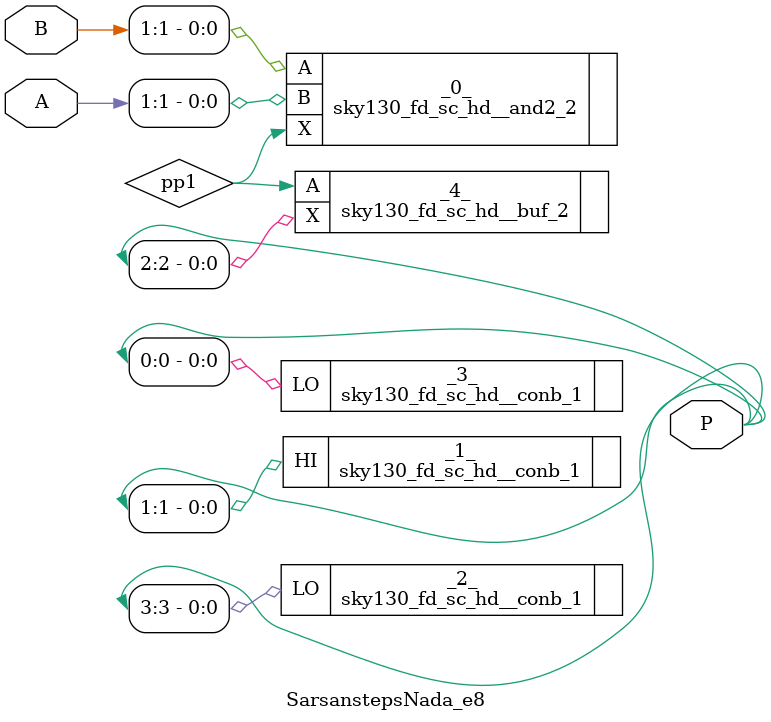
<source format=v>
module SarsanstepsNada_e8 (A,
    B,
    P);
 input [1:0] A;
 input [1:0] B;
 output [3:0] P;

 wire pp1;

 sky130_fd_sc_hd__and2_2 _0_ (.A(B[1]),
    .B(A[1]),
    .X(pp1));
 sky130_fd_sc_hd__conb_1 _1_ (.HI(P[1]));
 sky130_fd_sc_hd__conb_1 _2_ (.LO(P[3]));
 sky130_fd_sc_hd__conb_1 _3_ (.LO(P[0]));
 sky130_fd_sc_hd__buf_2 _4_ (.A(pp1),
    .X(P[2]));
endmodule

</source>
